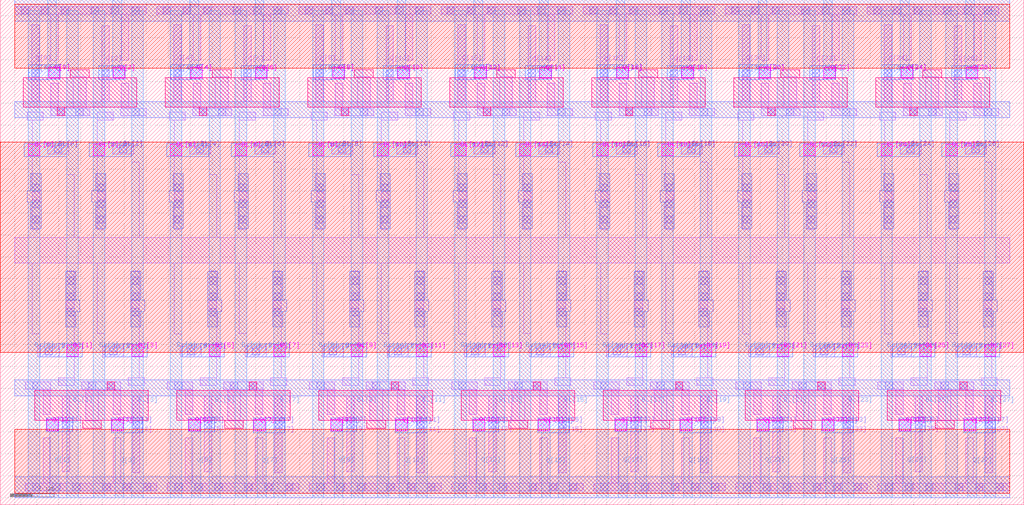
<source format=lef>
VERSION 5.7 ;
  NOWIREEXTENSIONATPIN ON ;
  DIVIDERCHAR "/" ;
  BUSBITCHARS "[]" ;
MACRO rram_28
  CLASS BLOCK ;
  FOREIGN rram_28 ;
  ORIGIN 0.330 0.165 ;
  SIZE 23.340 BY 11.525 ;
  PIN Q[2]
    ANTENNADIFFAREA 0.365400 ;
    PORT
      LAYER li1 ;
        RECT 1.985 9.040 2.155 10.770 ;
      LAYER mcon ;
        RECT 1.985 9.605 2.155 9.775 ;
      LAYER met1 ;
        RECT 1.920 9.540 2.520 9.860 ;
      LAYER via ;
        RECT 2.250 9.570 2.510 9.830 ;
      LAYER met2 ;
        RECT 2.240 9.860 2.440 11.360 ;
        RECT 2.240 9.540 2.520 9.860 ;
    END
  END Q[2]
  PIN Q[6]
    ANTENNADIFFAREA 0.365400 ;
    PORT
      LAYER li1 ;
        RECT 5.225 9.040 5.395 10.770 ;
      LAYER mcon ;
        RECT 5.225 9.605 5.395 9.775 ;
      LAYER met1 ;
        RECT 5.160 9.540 5.760 9.860 ;
      LAYER via ;
        RECT 5.490 9.570 5.750 9.830 ;
      LAYER met2 ;
        RECT 5.480 9.860 5.680 11.360 ;
        RECT 5.480 9.540 5.760 9.860 ;
    END
  END Q[6]
  PIN Q[10]
    ANTENNADIFFAREA 0.365400 ;
    PORT
      LAYER li1 ;
        RECT 8.465 9.040 8.635 10.770 ;
      LAYER mcon ;
        RECT 8.465 9.605 8.635 9.775 ;
      LAYER met1 ;
        RECT 8.400 9.540 9.000 9.860 ;
      LAYER via ;
        RECT 8.730 9.570 8.990 9.830 ;
      LAYER met2 ;
        RECT 8.720 9.860 8.920 11.360 ;
        RECT 8.720 9.540 9.000 9.860 ;
    END
  END Q[10]
  PIN Q[18]
    ANTENNADIFFAREA 0.365400 ;
    PORT
      LAYER li1 ;
        RECT 14.945 9.040 15.115 10.770 ;
      LAYER mcon ;
        RECT 14.945 9.605 15.115 9.775 ;
      LAYER met1 ;
        RECT 14.880 9.540 15.480 9.860 ;
      LAYER via ;
        RECT 15.210 9.570 15.470 9.830 ;
      LAYER met2 ;
        RECT 15.200 9.860 15.400 11.360 ;
        RECT 15.200 9.540 15.480 9.860 ;
    END
  END Q[18]
  PIN Q[22]
    ANTENNADIFFAREA 0.365400 ;
    PORT
      LAYER li1 ;
        RECT 18.185 9.040 18.355 10.770 ;
      LAYER mcon ;
        RECT 18.185 9.605 18.355 9.775 ;
      LAYER met1 ;
        RECT 18.120 9.540 18.720 9.860 ;
      LAYER via ;
        RECT 18.450 9.570 18.710 9.830 ;
      LAYER met2 ;
        RECT 18.440 9.860 18.640 11.360 ;
        RECT 18.440 9.540 18.720 9.860 ;
    END
  END Q[22]
  PIN BL[0]
    ANTENNAGATEAREA 0.750000 ;
    PORT
      LAYER li1 ;
        RECT 0.750 7.840 1.230 8.090 ;
      LAYER mcon ;
        RECT 0.900 7.875 1.070 8.045 ;
      LAYER met1 ;
        RECT 0.220 7.790 1.180 8.090 ;
      LAYER via ;
        RECT 0.310 7.810 0.570 8.070 ;
      LAYER met2 ;
        RECT 0.310 7.010 0.570 11.120 ;
        RECT 0.310 0.000 0.570 6.750 ;
    END
  END BL[0]
  PIN BL[4]
    ANTENNAGATEAREA 0.750000 ;
    PORT
      LAYER li1 ;
        RECT 3.990 7.840 4.470 8.090 ;
      LAYER mcon ;
        RECT 4.140 7.875 4.310 8.045 ;
      LAYER met1 ;
        RECT 3.460 7.790 4.420 8.090 ;
      LAYER via ;
        RECT 3.550 7.810 3.810 8.070 ;
      LAYER met2 ;
        RECT 3.550 7.010 3.810 11.120 ;
        RECT 3.550 0.000 3.810 6.750 ;
    END
  END BL[4]
  PIN BL[8]
    ANTENNAGATEAREA 0.750000 ;
    PORT
      LAYER li1 ;
        RECT 7.230 7.840 7.710 8.090 ;
      LAYER mcon ;
        RECT 7.380 7.875 7.550 8.045 ;
      LAYER met1 ;
        RECT 6.700 7.790 7.660 8.090 ;
      LAYER via ;
        RECT 6.790 7.810 7.050 8.070 ;
      LAYER met2 ;
        RECT 6.790 7.010 7.050 11.120 ;
        RECT 6.790 0.000 7.050 6.750 ;
    END
  END BL[8]
  PIN BL[12]
    ANTENNAGATEAREA 0.750000 ;
    PORT
      LAYER li1 ;
        RECT 10.470 7.840 10.950 8.090 ;
      LAYER mcon ;
        RECT 10.620 7.875 10.790 8.045 ;
      LAYER met1 ;
        RECT 9.940 7.790 10.900 8.090 ;
      LAYER via ;
        RECT 10.030 7.810 10.290 8.070 ;
      LAYER met2 ;
        RECT 10.030 7.010 10.290 11.120 ;
        RECT 10.030 0.000 10.290 6.750 ;
    END
  END BL[12]
  PIN BL[16]
    ANTENNAGATEAREA 0.750000 ;
    PORT
      LAYER li1 ;
        RECT 13.710 7.840 14.190 8.090 ;
      LAYER mcon ;
        RECT 13.860 7.875 14.030 8.045 ;
      LAYER met1 ;
        RECT 13.180 7.790 14.140 8.090 ;
      LAYER via ;
        RECT 13.270 7.810 13.530 8.070 ;
      LAYER met2 ;
        RECT 13.270 7.010 13.530 11.120 ;
        RECT 13.270 0.000 13.530 6.750 ;
    END
  END BL[16]
  PIN BL[20]
    ANTENNAGATEAREA 0.750000 ;
    PORT
      LAYER li1 ;
        RECT 16.950 7.840 17.430 8.090 ;
      LAYER mcon ;
        RECT 17.100 7.875 17.270 8.045 ;
      LAYER met1 ;
        RECT 16.420 7.790 17.380 8.090 ;
      LAYER via ;
        RECT 16.510 7.810 16.770 8.070 ;
      LAYER met2 ;
        RECT 16.510 7.010 16.770 11.120 ;
        RECT 16.510 0.000 16.770 6.750 ;
    END
  END BL[20]
  PIN BL[24]
    ANTENNAGATEAREA 0.750000 ;
    PORT
      LAYER li1 ;
        RECT 20.190 7.840 20.670 8.090 ;
      LAYER mcon ;
        RECT 20.340 7.875 20.510 8.045 ;
      LAYER met1 ;
        RECT 19.660 7.790 20.620 8.090 ;
      LAYER via ;
        RECT 19.750 7.810 20.010 8.070 ;
      LAYER met2 ;
        RECT 19.750 7.010 20.010 11.120 ;
        RECT 19.750 0.000 20.010 6.750 ;
    END
  END BL[24]
  PIN BL[1]
    ANTENNAGATEAREA 0.750000 ;
    PORT
      LAYER li1 ;
        RECT 0.530 3.210 1.010 3.460 ;
      LAYER mcon ;
        RECT 0.690 3.255 0.860 3.425 ;
      LAYER met1 ;
        RECT 0.580 3.210 1.540 3.510 ;
      LAYER via ;
        RECT 1.190 3.230 1.450 3.490 ;
      LAYER met2 ;
        RECT 1.190 4.510 1.450 11.120 ;
        RECT 1.190 0.000 1.450 4.250 ;
    END
  END BL[1]
  PIN BL[5]
    ANTENNAGATEAREA 0.750000 ;
    PORT
      LAYER li1 ;
        RECT 3.770 3.210 4.250 3.460 ;
      LAYER mcon ;
        RECT 3.930 3.255 4.100 3.425 ;
      LAYER met1 ;
        RECT 3.820 3.210 4.780 3.510 ;
      LAYER via ;
        RECT 4.430 3.230 4.690 3.490 ;
      LAYER met2 ;
        RECT 4.430 4.510 4.690 11.120 ;
        RECT 4.430 0.000 4.690 4.250 ;
    END
  END BL[5]
  PIN BL[9]
    ANTENNAGATEAREA 0.750000 ;
    PORT
      LAYER li1 ;
        RECT 7.010 3.210 7.490 3.460 ;
      LAYER mcon ;
        RECT 7.170 3.255 7.340 3.425 ;
      LAYER met1 ;
        RECT 7.060 3.210 8.020 3.510 ;
      LAYER via ;
        RECT 7.670 3.230 7.930 3.490 ;
      LAYER met2 ;
        RECT 7.670 4.510 7.930 11.120 ;
        RECT 7.670 0.000 7.930 4.250 ;
    END
  END BL[9]
  PIN BL[13]
    ANTENNAGATEAREA 0.750000 ;
    PORT
      LAYER li1 ;
        RECT 10.250 3.210 10.730 3.460 ;
      LAYER mcon ;
        RECT 10.410 3.255 10.580 3.425 ;
      LAYER met1 ;
        RECT 10.300 3.210 11.260 3.510 ;
      LAYER via ;
        RECT 10.910 3.230 11.170 3.490 ;
      LAYER met2 ;
        RECT 10.910 4.510 11.170 11.120 ;
        RECT 10.910 0.000 11.170 4.250 ;
    END
  END BL[13]
  PIN BL[17]
    ANTENNAGATEAREA 0.750000 ;
    PORT
      LAYER li1 ;
        RECT 13.490 3.210 13.970 3.460 ;
      LAYER mcon ;
        RECT 13.650 3.255 13.820 3.425 ;
      LAYER met1 ;
        RECT 13.540 3.210 14.500 3.510 ;
      LAYER via ;
        RECT 14.150 3.230 14.410 3.490 ;
      LAYER met2 ;
        RECT 14.150 4.510 14.410 11.120 ;
        RECT 14.150 0.000 14.410 4.250 ;
    END
  END BL[17]
  PIN BL[21]
    ANTENNAGATEAREA 0.750000 ;
    PORT
      LAYER li1 ;
        RECT 16.730 3.210 17.210 3.460 ;
      LAYER mcon ;
        RECT 16.890 3.255 17.060 3.425 ;
      LAYER met1 ;
        RECT 16.780 3.210 17.740 3.510 ;
      LAYER via ;
        RECT 17.390 3.230 17.650 3.490 ;
      LAYER met2 ;
        RECT 17.390 4.510 17.650 11.120 ;
        RECT 17.390 0.000 17.650 4.250 ;
    END
  END BL[21]
  PIN BL[25]
    ANTENNAGATEAREA 0.750000 ;
    PORT
      LAYER li1 ;
        RECT 19.970 3.210 20.450 3.460 ;
      LAYER mcon ;
        RECT 20.130 3.255 20.300 3.425 ;
      LAYER met1 ;
        RECT 20.020 3.210 20.980 3.510 ;
      LAYER via ;
        RECT 20.630 3.230 20.890 3.490 ;
      LAYER met2 ;
        RECT 20.630 4.510 20.890 11.120 ;
        RECT 20.630 0.000 20.890 4.250 ;
    END
  END BL[25]
  PIN BL[2]
    ANTENNAGATEAREA 0.750000 ;
    PORT
      LAYER li1 ;
        RECT 2.230 7.840 2.710 8.090 ;
      LAYER mcon ;
        RECT 2.380 7.875 2.550 8.045 ;
      LAYER met1 ;
        RECT 1.700 7.790 2.660 8.090 ;
      LAYER via ;
        RECT 1.790 7.810 2.050 8.070 ;
      LAYER met2 ;
        RECT 1.790 7.010 2.050 11.120 ;
        RECT 1.790 0.000 2.050 6.750 ;
    END
  END BL[2]
  PIN BL[6]
    ANTENNAGATEAREA 0.750000 ;
    PORT
      LAYER li1 ;
        RECT 5.470 7.840 5.950 8.090 ;
      LAYER mcon ;
        RECT 5.620 7.875 5.790 8.045 ;
      LAYER met1 ;
        RECT 4.940 7.790 5.900 8.090 ;
      LAYER via ;
        RECT 5.030 7.810 5.290 8.070 ;
      LAYER met2 ;
        RECT 5.030 7.010 5.290 11.120 ;
        RECT 5.030 0.000 5.290 6.750 ;
    END
  END BL[6]
  PIN BL[10]
    ANTENNAGATEAREA 0.750000 ;
    PORT
      LAYER li1 ;
        RECT 8.710 7.840 9.190 8.090 ;
      LAYER mcon ;
        RECT 8.860 7.875 9.030 8.045 ;
      LAYER met1 ;
        RECT 8.180 7.790 9.140 8.090 ;
      LAYER via ;
        RECT 8.270 7.810 8.530 8.070 ;
      LAYER met2 ;
        RECT 8.270 7.010 8.530 11.120 ;
        RECT 8.270 0.000 8.530 6.750 ;
    END
  END BL[10]
  PIN BL[14]
    ANTENNAGATEAREA 0.750000 ;
    PORT
      LAYER li1 ;
        RECT 11.950 7.840 12.430 8.090 ;
      LAYER mcon ;
        RECT 12.100 7.875 12.270 8.045 ;
      LAYER met1 ;
        RECT 11.420 7.790 12.380 8.090 ;
      LAYER via ;
        RECT 11.510 7.810 11.770 8.070 ;
      LAYER met2 ;
        RECT 11.510 7.010 11.770 11.120 ;
        RECT 11.510 0.000 11.770 6.750 ;
    END
  END BL[14]
  PIN BL[18]
    ANTENNAGATEAREA 0.750000 ;
    PORT
      LAYER li1 ;
        RECT 15.190 7.840 15.670 8.090 ;
      LAYER mcon ;
        RECT 15.340 7.875 15.510 8.045 ;
      LAYER met1 ;
        RECT 14.660 7.790 15.620 8.090 ;
      LAYER via ;
        RECT 14.750 7.810 15.010 8.070 ;
      LAYER met2 ;
        RECT 14.750 7.010 15.010 11.120 ;
        RECT 14.750 0.000 15.010 6.750 ;
    END
  END BL[18]
  PIN BL[22]
    ANTENNAGATEAREA 0.750000 ;
    PORT
      LAYER li1 ;
        RECT 18.430 7.840 18.910 8.090 ;
      LAYER mcon ;
        RECT 18.580 7.875 18.750 8.045 ;
      LAYER met1 ;
        RECT 17.900 7.790 18.860 8.090 ;
      LAYER via ;
        RECT 17.990 7.810 18.250 8.070 ;
      LAYER met2 ;
        RECT 17.990 7.010 18.250 11.120 ;
        RECT 17.990 0.000 18.250 6.750 ;
    END
  END BL[22]
  PIN BL[26]
    ANTENNAGATEAREA 0.750000 ;
    PORT
      LAYER li1 ;
        RECT 21.670 7.840 22.150 8.090 ;
      LAYER mcon ;
        RECT 21.820 7.875 21.990 8.045 ;
      LAYER met1 ;
        RECT 21.140 7.790 22.100 8.090 ;
      LAYER via ;
        RECT 21.230 7.810 21.490 8.070 ;
      LAYER met2 ;
        RECT 21.230 7.010 21.490 11.120 ;
        RECT 21.230 0.000 21.490 6.750 ;
    END
  END BL[26]
  PIN BL[3]
    ANTENNAGATEAREA 0.750000 ;
    PORT
      LAYER li1 ;
        RECT 2.010 3.210 2.490 3.460 ;
      LAYER mcon ;
        RECT 2.170 3.255 2.340 3.425 ;
      LAYER met1 ;
        RECT 2.060 3.210 3.020 3.510 ;
      LAYER via ;
        RECT 2.670 3.230 2.930 3.490 ;
      LAYER met2 ;
        RECT 2.670 4.510 2.930 11.120 ;
        RECT 2.670 0.000 2.930 4.250 ;
    END
  END BL[3]
  PIN BL[7]
    ANTENNAGATEAREA 0.750000 ;
    PORT
      LAYER li1 ;
        RECT 5.250 3.210 5.730 3.460 ;
      LAYER mcon ;
        RECT 5.410 3.255 5.580 3.425 ;
      LAYER met1 ;
        RECT 5.300 3.210 6.260 3.510 ;
      LAYER via ;
        RECT 5.910 3.230 6.170 3.490 ;
      LAYER met2 ;
        RECT 5.910 4.510 6.170 11.120 ;
        RECT 5.910 0.000 6.170 4.250 ;
    END
  END BL[7]
  PIN BL[11]
    ANTENNAGATEAREA 0.750000 ;
    PORT
      LAYER li1 ;
        RECT 8.490 3.210 8.970 3.460 ;
      LAYER mcon ;
        RECT 8.650 3.255 8.820 3.425 ;
      LAYER met1 ;
        RECT 8.540 3.210 9.500 3.510 ;
      LAYER via ;
        RECT 9.150 3.230 9.410 3.490 ;
      LAYER met2 ;
        RECT 9.150 4.510 9.410 11.120 ;
        RECT 9.150 0.000 9.410 4.250 ;
    END
  END BL[11]
  PIN BL[15]
    ANTENNAGATEAREA 0.750000 ;
    PORT
      LAYER li1 ;
        RECT 11.730 3.210 12.210 3.460 ;
      LAYER mcon ;
        RECT 11.890 3.255 12.060 3.425 ;
      LAYER met1 ;
        RECT 11.780 3.210 12.740 3.510 ;
      LAYER via ;
        RECT 12.390 3.230 12.650 3.490 ;
      LAYER met2 ;
        RECT 12.390 4.510 12.650 11.120 ;
        RECT 12.390 0.000 12.650 4.250 ;
    END
  END BL[15]
  PIN BL[19]
    ANTENNAGATEAREA 0.750000 ;
    PORT
      LAYER li1 ;
        RECT 14.970 3.210 15.450 3.460 ;
      LAYER mcon ;
        RECT 15.130 3.255 15.300 3.425 ;
      LAYER met1 ;
        RECT 15.020 3.210 15.980 3.510 ;
      LAYER via ;
        RECT 15.630 3.230 15.890 3.490 ;
      LAYER met2 ;
        RECT 15.630 4.510 15.890 11.120 ;
        RECT 15.630 0.000 15.890 4.250 ;
    END
  END BL[19]
  PIN BL[23]
    ANTENNAGATEAREA 0.750000 ;
    PORT
      LAYER li1 ;
        RECT 18.210 3.210 18.690 3.460 ;
      LAYER mcon ;
        RECT 18.370 3.255 18.540 3.425 ;
      LAYER met1 ;
        RECT 18.260 3.210 19.220 3.510 ;
      LAYER via ;
        RECT 18.870 3.230 19.130 3.490 ;
      LAYER met2 ;
        RECT 18.870 4.510 19.130 11.120 ;
        RECT 18.870 0.000 19.130 4.250 ;
    END
  END BL[23]
  PIN BL[27]
    ANTENNAGATEAREA 0.750000 ;
    PORT
      LAYER li1 ;
        RECT 21.450 3.210 21.930 3.460 ;
      LAYER mcon ;
        RECT 21.610 3.255 21.780 3.425 ;
      LAYER met1 ;
        RECT 21.500 3.210 22.460 3.510 ;
      LAYER via ;
        RECT 22.110 3.230 22.370 3.490 ;
      LAYER met2 ;
        RECT 22.110 4.510 22.370 11.120 ;
        RECT 22.110 0.000 22.370 4.250 ;
    END
  END BL[27]
  PIN Q[0]
    ANTENNADIFFAREA 0.365400 ;
    PORT
      LAYER li1 ;
        RECT 0.385 9.040 0.555 10.790 ;
      LAYER mcon ;
        RECT 0.385 9.605 0.555 9.775 ;
      LAYER met1 ;
        RECT 0.320 9.540 1.040 9.880 ;
      LAYER via ;
        RECT 0.770 9.570 1.030 9.830 ;
      LAYER met2 ;
        RECT 0.750 9.880 0.950 11.360 ;
        RECT 0.750 9.540 1.040 9.880 ;
    END
  END Q[0]
  PIN Q[4]
    ANTENNADIFFAREA 0.365400 ;
    PORT
      LAYER li1 ;
        RECT 3.625 9.040 3.795 10.790 ;
      LAYER mcon ;
        RECT 3.625 9.605 3.795 9.775 ;
      LAYER met1 ;
        RECT 3.560 9.540 4.280 9.880 ;
      LAYER via ;
        RECT 4.010 9.570 4.270 9.830 ;
      LAYER met2 ;
        RECT 3.990 9.880 4.190 11.360 ;
        RECT 3.990 9.540 4.280 9.880 ;
    END
  END Q[4]
  PIN Q[8]
    ANTENNADIFFAREA 0.365400 ;
    PORT
      LAYER li1 ;
        RECT 6.865 9.040 7.035 10.790 ;
      LAYER mcon ;
        RECT 6.865 9.605 7.035 9.775 ;
      LAYER met1 ;
        RECT 6.800 9.540 7.520 9.880 ;
      LAYER via ;
        RECT 7.250 9.570 7.510 9.830 ;
      LAYER met2 ;
        RECT 7.230 9.880 7.430 11.360 ;
        RECT 7.230 9.540 7.520 9.880 ;
    END
  END Q[8]
  PIN Q[12]
    ANTENNADIFFAREA 0.365400 ;
    PORT
      LAYER li1 ;
        RECT 10.105 9.040 10.275 10.790 ;
      LAYER mcon ;
        RECT 10.105 9.605 10.275 9.775 ;
      LAYER met1 ;
        RECT 10.040 9.540 10.760 9.880 ;
      LAYER via ;
        RECT 10.490 9.570 10.750 9.830 ;
      LAYER met2 ;
        RECT 10.470 9.880 10.670 11.360 ;
        RECT 10.470 9.540 10.760 9.880 ;
    END
  END Q[12]
  PIN Q[16]
    ANTENNADIFFAREA 0.365400 ;
    PORT
      LAYER li1 ;
        RECT 13.345 9.040 13.515 10.790 ;
      LAYER mcon ;
        RECT 13.345 9.605 13.515 9.775 ;
      LAYER met1 ;
        RECT 13.280 9.540 14.000 9.880 ;
      LAYER via ;
        RECT 13.730 9.570 13.990 9.830 ;
      LAYER met2 ;
        RECT 13.710 9.880 13.910 11.360 ;
        RECT 13.710 9.540 14.000 9.880 ;
    END
  END Q[16]
  PIN Q[20]
    ANTENNADIFFAREA 0.365400 ;
    PORT
      LAYER li1 ;
        RECT 16.585 9.040 16.755 10.790 ;
      LAYER mcon ;
        RECT 16.585 9.605 16.755 9.775 ;
      LAYER met1 ;
        RECT 16.520 9.540 17.240 9.880 ;
      LAYER via ;
        RECT 16.970 9.570 17.230 9.830 ;
      LAYER met2 ;
        RECT 16.950 9.880 17.150 11.360 ;
        RECT 16.950 9.540 17.240 9.880 ;
    END
  END Q[20]
  PIN Q[24]
    ANTENNADIFFAREA 0.365400 ;
    PORT
      LAYER li1 ;
        RECT 19.825 9.040 19.995 10.790 ;
      LAYER mcon ;
        RECT 19.825 9.605 19.995 9.775 ;
      LAYER met1 ;
        RECT 19.760 9.540 20.480 9.880 ;
      LAYER via ;
        RECT 20.210 9.570 20.470 9.830 ;
      LAYER met2 ;
        RECT 20.190 9.880 20.390 11.360 ;
        RECT 20.190 9.540 20.480 9.880 ;
    END
  END Q[24]
  PIN Q[14]
    ANTENNADIFFAREA 0.365400 ;
    PORT
      LAYER li1 ;
        RECT 11.705 9.040 11.875 10.770 ;
      LAYER mcon ;
        RECT 11.705 9.605 11.875 9.775 ;
      LAYER met1 ;
        RECT 11.640 9.540 12.240 9.860 ;
      LAYER via ;
        RECT 11.970 9.570 12.230 9.830 ;
      LAYER met2 ;
        RECT 11.960 9.860 12.160 11.360 ;
        RECT 11.960 9.540 12.240 9.860 ;
    END
  END Q[14]
  PIN Q[26]
    ANTENNADIFFAREA 0.365400 ;
    PORT
      LAYER li1 ;
        RECT 21.425 9.040 21.595 10.770 ;
      LAYER mcon ;
        RECT 21.425 9.605 21.595 9.775 ;
      LAYER met1 ;
        RECT 21.360 9.540 21.960 9.860 ;
      LAYER via ;
        RECT 21.690 9.570 21.950 9.830 ;
      LAYER met2 ;
        RECT 21.680 9.860 21.880 11.360 ;
        RECT 21.680 9.540 21.960 9.860 ;
    END
  END Q[26]
  PIN Q[1]
    ANTENNADIFFAREA 0.365400 ;
    PORT
      LAYER li1 ;
        RECT 1.085 0.590 1.255 2.320 ;
      LAYER mcon ;
        RECT 1.085 1.585 1.255 1.755 ;
      LAYER met1 ;
        RECT 0.720 1.500 1.320 1.820 ;
      LAYER via ;
        RECT 0.730 1.530 0.990 1.790 ;
      LAYER met2 ;
        RECT 0.720 1.500 1.000 1.820 ;
        RECT 0.800 0.000 1.000 1.500 ;
    END
  END Q[1]
  PIN Q[5]
    ANTENNADIFFAREA 0.365400 ;
    PORT
      LAYER li1 ;
        RECT 4.325 0.590 4.495 2.320 ;
      LAYER mcon ;
        RECT 4.325 1.585 4.495 1.755 ;
      LAYER met1 ;
        RECT 3.960 1.500 4.560 1.820 ;
      LAYER via ;
        RECT 3.970 1.530 4.230 1.790 ;
      LAYER met2 ;
        RECT 3.960 1.500 4.240 1.820 ;
        RECT 4.040 0.000 4.240 1.500 ;
    END
  END Q[5]
  PIN Q[13]
    ANTENNADIFFAREA 0.365400 ;
    PORT
      LAYER li1 ;
        RECT 10.805 0.590 10.975 2.320 ;
      LAYER mcon ;
        RECT 10.805 1.585 10.975 1.755 ;
      LAYER met1 ;
        RECT 10.440 1.500 11.040 1.820 ;
      LAYER via ;
        RECT 10.450 1.530 10.710 1.790 ;
      LAYER met2 ;
        RECT 10.440 1.500 10.720 1.820 ;
        RECT 10.520 0.000 10.720 1.500 ;
    END
  END Q[13]
  PIN Q[17]
    ANTENNADIFFAREA 0.365400 ;
    PORT
      LAYER li1 ;
        RECT 14.045 0.590 14.215 2.320 ;
      LAYER mcon ;
        RECT 14.045 1.585 14.215 1.755 ;
      LAYER met1 ;
        RECT 13.680 1.500 14.280 1.820 ;
      LAYER via ;
        RECT 13.690 1.530 13.950 1.790 ;
      LAYER met2 ;
        RECT 13.680 1.500 13.960 1.820 ;
        RECT 13.760 0.000 13.960 1.500 ;
    END
  END Q[17]
  PIN Q[21]
    ANTENNADIFFAREA 0.365400 ;
    PORT
      LAYER li1 ;
        RECT 17.285 0.590 17.455 2.320 ;
      LAYER mcon ;
        RECT 17.285 1.585 17.455 1.755 ;
      LAYER met1 ;
        RECT 16.920 1.500 17.520 1.820 ;
      LAYER via ;
        RECT 16.930 1.530 17.190 1.790 ;
      LAYER met2 ;
        RECT 16.920 1.500 17.200 1.820 ;
        RECT 17.000 0.000 17.200 1.500 ;
    END
  END Q[21]
  PIN Q[25]
    ANTENNADIFFAREA 0.365400 ;
    PORT
      LAYER li1 ;
        RECT 20.525 0.590 20.695 2.320 ;
      LAYER mcon ;
        RECT 20.525 1.585 20.695 1.755 ;
      LAYER met1 ;
        RECT 20.160 1.500 20.760 1.820 ;
      LAYER via ;
        RECT 20.170 1.530 20.430 1.790 ;
      LAYER met2 ;
        RECT 20.160 1.500 20.440 1.820 ;
        RECT 20.240 0.000 20.440 1.500 ;
    END
  END Q[25]
  PIN Q[9]
    ANTENNADIFFAREA 0.365400 ;
    PORT
      LAYER li1 ;
        RECT 7.565 0.590 7.735 2.320 ;
      LAYER mcon ;
        RECT 7.565 1.585 7.735 1.755 ;
      LAYER met1 ;
        RECT 7.200 1.500 7.800 1.820 ;
      LAYER via ;
        RECT 7.210 1.530 7.470 1.790 ;
      LAYER met2 ;
        RECT 7.200 1.500 7.480 1.820 ;
        RECT 7.280 0.000 7.480 1.500 ;
    END
  END Q[9]
  PIN Q[3]
    ANTENNADIFFAREA 0.365400 ;
    PORT
      LAYER li1 ;
        RECT 2.685 0.570 2.855 2.320 ;
      LAYER mcon ;
        RECT 2.685 1.585 2.855 1.755 ;
      LAYER met1 ;
        RECT 2.200 1.480 2.920 1.820 ;
      LAYER via ;
        RECT 2.210 1.530 2.470 1.790 ;
      LAYER met2 ;
        RECT 2.200 1.480 2.490 1.820 ;
        RECT 2.290 0.000 2.490 1.480 ;
    END
  END Q[3]
  PIN Q[7]
    ANTENNADIFFAREA 0.365400 ;
    PORT
      LAYER li1 ;
        RECT 5.925 0.570 6.095 2.320 ;
      LAYER mcon ;
        RECT 5.925 1.585 6.095 1.755 ;
      LAYER met1 ;
        RECT 5.440 1.480 6.160 1.820 ;
      LAYER via ;
        RECT 5.450 1.530 5.710 1.790 ;
      LAYER met2 ;
        RECT 5.440 1.480 5.730 1.820 ;
        RECT 5.530 0.000 5.730 1.480 ;
    END
  END Q[7]
  PIN Q[15]
    ANTENNADIFFAREA 0.365400 ;
    PORT
      LAYER li1 ;
        RECT 12.405 0.570 12.575 2.320 ;
      LAYER mcon ;
        RECT 12.405 1.585 12.575 1.755 ;
      LAYER met1 ;
        RECT 11.920 1.480 12.640 1.820 ;
      LAYER via ;
        RECT 11.930 1.530 12.190 1.790 ;
      LAYER met2 ;
        RECT 11.920 1.480 12.210 1.820 ;
        RECT 12.010 0.000 12.210 1.480 ;
    END
  END Q[15]
  PIN Q[19]
    ANTENNADIFFAREA 0.365400 ;
    PORT
      LAYER li1 ;
        RECT 15.645 0.570 15.815 2.320 ;
      LAYER mcon ;
        RECT 15.645 1.585 15.815 1.755 ;
      LAYER met1 ;
        RECT 15.160 1.480 15.880 1.820 ;
      LAYER via ;
        RECT 15.170 1.530 15.430 1.790 ;
      LAYER met2 ;
        RECT 15.160 1.480 15.450 1.820 ;
        RECT 15.250 0.000 15.450 1.480 ;
    END
  END Q[19]
  PIN Q[23]
    ANTENNADIFFAREA 0.365400 ;
    PORT
      LAYER li1 ;
        RECT 18.885 0.570 19.055 2.320 ;
      LAYER mcon ;
        RECT 18.885 1.585 19.055 1.755 ;
      LAYER met1 ;
        RECT 18.400 1.480 19.120 1.820 ;
      LAYER via ;
        RECT 18.410 1.530 18.670 1.790 ;
      LAYER met2 ;
        RECT 18.400 1.480 18.690 1.820 ;
        RECT 18.490 0.000 18.690 1.480 ;
    END
  END Q[23]
  PIN Q[27]
    ANTENNADIFFAREA 0.365400 ;
    PORT
      LAYER li1 ;
        RECT 22.125 0.570 22.295 2.320 ;
      LAYER mcon ;
        RECT 22.125 1.585 22.295 1.755 ;
      LAYER met1 ;
        RECT 21.640 1.480 22.360 1.820 ;
      LAYER via ;
        RECT 21.650 1.530 21.910 1.790 ;
      LAYER met2 ;
        RECT 21.640 1.480 21.930 1.820 ;
        RECT 21.730 0.000 21.930 1.480 ;
    END
  END Q[27]
  PIN Q[11]
    ANTENNADIFFAREA 0.365400 ;
    PORT
      LAYER li1 ;
        RECT 9.165 0.570 9.335 2.320 ;
      LAYER mcon ;
        RECT 9.165 1.585 9.335 1.755 ;
      LAYER met1 ;
        RECT 8.680 1.480 9.400 1.820 ;
      LAYER via ;
        RECT 8.690 1.530 8.950 1.790 ;
      LAYER met2 ;
        RECT 8.680 1.480 8.970 1.820 ;
        RECT 8.770 0.000 8.970 1.480 ;
    END
  END Q[11]
  OBS
      LAYER nwell ;
        RECT 0.000 9.800 22.680 11.260 ;
      LAYER pwell ;
        RECT 1.265 9.590 1.695 9.775 ;
        RECT 4.505 9.590 4.935 9.775 ;
        RECT 7.745 9.590 8.175 9.775 ;
        RECT 10.985 9.590 11.415 9.775 ;
        RECT 14.225 9.590 14.655 9.775 ;
        RECT 17.465 9.590 17.895 9.775 ;
        RECT 20.705 9.590 21.135 9.775 ;
        RECT 0.195 8.910 2.785 9.590 ;
        RECT 3.435 8.910 6.025 9.590 ;
        RECT 6.675 8.910 9.265 9.590 ;
        RECT 9.915 8.910 12.505 9.590 ;
        RECT 13.155 8.910 15.745 9.590 ;
        RECT 16.395 8.910 18.985 9.590 ;
        RECT 19.635 8.910 22.225 9.590 ;
        RECT 0.965 8.715 1.135 8.910 ;
        RECT 4.205 8.715 4.375 8.910 ;
        RECT 7.445 8.715 7.615 8.910 ;
        RECT 10.685 8.715 10.855 8.910 ;
        RECT 13.925 8.715 14.095 8.910 ;
        RECT 17.165 8.715 17.335 8.910 ;
        RECT 20.405 8.715 20.575 8.910 ;
      LAYER nwell ;
        RECT -0.330 3.320 23.010 8.120 ;
      LAYER pwell ;
        RECT 2.105 2.450 2.275 2.645 ;
        RECT 5.345 2.450 5.515 2.645 ;
        RECT 8.585 2.450 8.755 2.645 ;
        RECT 11.825 2.450 11.995 2.645 ;
        RECT 15.065 2.450 15.235 2.645 ;
        RECT 18.305 2.450 18.475 2.645 ;
        RECT 21.545 2.450 21.715 2.645 ;
        RECT 0.455 1.770 3.045 2.450 ;
        RECT 3.695 1.770 6.285 2.450 ;
        RECT 6.935 1.770 9.525 2.450 ;
        RECT 10.175 1.770 12.765 2.450 ;
        RECT 13.415 1.770 16.005 2.450 ;
        RECT 16.655 1.770 19.245 2.450 ;
        RECT 19.895 1.770 22.485 2.450 ;
        RECT 1.545 1.585 1.975 1.770 ;
        RECT 4.785 1.585 5.215 1.770 ;
        RECT 8.025 1.585 8.455 1.770 ;
        RECT 11.265 1.585 11.695 1.770 ;
        RECT 14.505 1.585 14.935 1.770 ;
        RECT 17.745 1.585 18.175 1.770 ;
        RECT 20.985 1.585 21.415 1.770 ;
      LAYER nwell ;
        RECT 0.000 0.100 22.680 1.560 ;
      LAYER li1 ;
        RECT 0.000 11.035 3.000 11.205 ;
        RECT 3.240 11.035 6.240 11.205 ;
        RECT 6.480 11.035 9.480 11.205 ;
        RECT 9.720 11.035 12.720 11.205 ;
        RECT 12.960 11.035 15.960 11.205 ;
        RECT 16.200 11.035 19.200 11.205 ;
        RECT 19.440 11.035 22.440 11.205 ;
        RECT 0.825 9.990 0.995 11.035 ;
        RECT 2.425 9.990 2.595 11.035 ;
        RECT 4.065 9.990 4.235 11.035 ;
        RECT 5.665 9.990 5.835 11.035 ;
        RECT 7.305 9.990 7.475 11.035 ;
        RECT 8.905 9.990 9.075 11.035 ;
        RECT 10.545 9.990 10.715 11.035 ;
        RECT 12.145 9.990 12.315 11.035 ;
        RECT 13.785 9.990 13.955 11.035 ;
        RECT 15.385 9.990 15.555 11.035 ;
        RECT 17.025 9.990 17.195 11.035 ;
        RECT 18.625 9.990 18.795 11.035 ;
        RECT 20.265 9.990 20.435 11.035 ;
        RECT 21.865 9.990 22.035 11.035 ;
        RECT 0.825 8.885 0.995 9.460 ;
        RECT 1.335 8.885 1.625 9.610 ;
        RECT 2.425 8.885 2.595 9.460 ;
        RECT 4.065 8.885 4.235 9.460 ;
        RECT 4.575 8.885 4.865 9.610 ;
        RECT 5.665 8.885 5.835 9.460 ;
        RECT 7.305 8.885 7.475 9.460 ;
        RECT 7.815 8.885 8.105 9.610 ;
        RECT 8.905 8.885 9.075 9.460 ;
        RECT 10.545 8.885 10.715 9.460 ;
        RECT 11.055 8.885 11.345 9.610 ;
        RECT 12.145 8.885 12.315 9.460 ;
        RECT 13.785 8.885 13.955 9.460 ;
        RECT 14.295 8.885 14.585 9.610 ;
        RECT 15.385 8.885 15.555 9.460 ;
        RECT 17.025 8.885 17.195 9.460 ;
        RECT 17.535 8.885 17.825 9.610 ;
        RECT 18.625 8.885 18.795 9.460 ;
        RECT 20.265 8.885 20.435 9.460 ;
        RECT 20.775 8.885 21.065 9.610 ;
        RECT 21.865 8.885 22.035 9.460 ;
        RECT 0.280 8.620 0.650 8.800 ;
        RECT 0.820 8.715 1.710 8.885 ;
        RECT 1.880 8.620 2.250 8.800 ;
        RECT 2.420 8.715 3.000 8.885 ;
        RECT 3.520 8.620 3.890 8.800 ;
        RECT 4.060 8.715 4.950 8.885 ;
        RECT 5.120 8.620 5.490 8.800 ;
        RECT 5.660 8.715 6.240 8.885 ;
        RECT 6.760 8.620 7.130 8.800 ;
        RECT 7.300 8.715 8.190 8.885 ;
        RECT 8.360 8.620 8.730 8.800 ;
        RECT 8.900 8.715 9.480 8.885 ;
        RECT 10.000 8.620 10.370 8.800 ;
        RECT 10.540 8.715 11.430 8.885 ;
        RECT 11.600 8.620 11.970 8.800 ;
        RECT 12.140 8.715 12.720 8.885 ;
        RECT 13.240 8.620 13.610 8.800 ;
        RECT 13.780 8.715 14.670 8.885 ;
        RECT 14.840 8.620 15.210 8.800 ;
        RECT 15.380 8.715 15.960 8.885 ;
        RECT 16.480 8.620 16.850 8.800 ;
        RECT 17.020 8.715 17.910 8.885 ;
        RECT 18.080 8.620 18.450 8.800 ;
        RECT 18.620 8.715 19.200 8.885 ;
        RECT 19.720 8.620 20.090 8.800 ;
        RECT 20.260 8.715 21.150 8.885 ;
        RECT 21.320 8.620 21.690 8.800 ;
        RECT 21.860 8.715 22.440 8.885 ;
        RECT 0.400 6.120 0.570 8.620 ;
        RECT 1.190 5.940 1.360 7.370 ;
        RECT 1.880 6.120 2.050 8.620 ;
        RECT 2.670 5.940 2.840 7.660 ;
        RECT 3.640 6.120 3.810 8.620 ;
        RECT 4.430 5.940 4.600 7.370 ;
        RECT 5.120 6.120 5.290 8.620 ;
        RECT 5.910 5.940 6.080 7.660 ;
        RECT 6.880 6.120 7.050 8.620 ;
        RECT 7.670 5.940 7.840 7.370 ;
        RECT 8.360 6.120 8.530 8.620 ;
        RECT 9.150 5.940 9.320 7.660 ;
        RECT 10.120 6.120 10.290 8.620 ;
        RECT 10.910 5.940 11.080 7.370 ;
        RECT 11.600 6.120 11.770 8.620 ;
        RECT 12.390 5.940 12.560 7.660 ;
        RECT 13.360 6.120 13.530 8.620 ;
        RECT 14.150 5.940 14.320 7.370 ;
        RECT 14.840 6.120 15.010 8.620 ;
        RECT 15.630 5.940 15.800 7.660 ;
        RECT 16.600 6.120 16.770 8.620 ;
        RECT 17.390 5.940 17.560 7.370 ;
        RECT 18.080 6.120 18.250 8.620 ;
        RECT 18.870 5.940 19.040 7.660 ;
        RECT 19.840 6.120 20.010 8.620 ;
        RECT 20.630 5.940 20.800 7.370 ;
        RECT 21.320 6.120 21.490 8.620 ;
        RECT 22.110 5.940 22.280 7.660 ;
        RECT 0.000 5.360 22.680 5.940 ;
        RECT 0.400 3.740 0.570 5.360 ;
        RECT 1.190 2.740 1.360 5.180 ;
        RECT 1.880 3.750 2.050 5.360 ;
        RECT 2.670 2.740 2.840 5.180 ;
        RECT 3.640 3.740 3.810 5.360 ;
        RECT 4.430 2.740 4.600 5.180 ;
        RECT 5.120 3.750 5.290 5.360 ;
        RECT 5.910 2.740 6.080 5.180 ;
        RECT 6.880 3.740 7.050 5.360 ;
        RECT 7.670 2.740 7.840 5.180 ;
        RECT 8.360 3.750 8.530 5.360 ;
        RECT 9.150 2.740 9.320 5.180 ;
        RECT 10.120 3.740 10.290 5.360 ;
        RECT 10.910 2.740 11.080 5.180 ;
        RECT 11.600 3.750 11.770 5.360 ;
        RECT 12.390 2.740 12.560 5.180 ;
        RECT 13.360 3.740 13.530 5.360 ;
        RECT 14.150 2.740 14.320 5.180 ;
        RECT 14.840 3.750 15.010 5.360 ;
        RECT 15.630 2.740 15.800 5.180 ;
        RECT 16.600 3.740 16.770 5.360 ;
        RECT 17.390 2.740 17.560 5.180 ;
        RECT 18.080 3.750 18.250 5.360 ;
        RECT 18.870 2.740 19.040 5.180 ;
        RECT 19.840 3.740 20.010 5.360 ;
        RECT 20.630 2.740 20.800 5.180 ;
        RECT 21.320 3.750 21.490 5.360 ;
        RECT 22.110 2.740 22.280 5.180 ;
        RECT 0.240 2.475 0.820 2.645 ;
        RECT 0.990 2.560 1.360 2.740 ;
        RECT 1.530 2.475 2.420 2.645 ;
        RECT 2.590 2.560 2.960 2.740 ;
        RECT 3.480 2.475 4.060 2.645 ;
        RECT 4.230 2.560 4.600 2.740 ;
        RECT 4.770 2.475 5.660 2.645 ;
        RECT 5.830 2.560 6.200 2.740 ;
        RECT 6.720 2.475 7.300 2.645 ;
        RECT 7.470 2.560 7.840 2.740 ;
        RECT 8.010 2.475 8.900 2.645 ;
        RECT 9.070 2.560 9.440 2.740 ;
        RECT 9.960 2.475 10.540 2.645 ;
        RECT 10.710 2.560 11.080 2.740 ;
        RECT 11.250 2.475 12.140 2.645 ;
        RECT 12.310 2.560 12.680 2.740 ;
        RECT 13.200 2.475 13.780 2.645 ;
        RECT 13.950 2.560 14.320 2.740 ;
        RECT 14.490 2.475 15.380 2.645 ;
        RECT 15.550 2.560 15.920 2.740 ;
        RECT 16.440 2.475 17.020 2.645 ;
        RECT 17.190 2.560 17.560 2.740 ;
        RECT 17.730 2.475 18.620 2.645 ;
        RECT 18.790 2.560 19.160 2.740 ;
        RECT 19.680 2.475 20.260 2.645 ;
        RECT 20.430 2.560 20.800 2.740 ;
        RECT 20.970 2.475 21.860 2.645 ;
        RECT 22.030 2.560 22.400 2.740 ;
        RECT 0.645 1.900 0.815 2.475 ;
        RECT 1.615 1.750 1.905 2.475 ;
        RECT 2.245 1.900 2.415 2.475 ;
        RECT 3.885 1.900 4.055 2.475 ;
        RECT 4.855 1.750 5.145 2.475 ;
        RECT 5.485 1.900 5.655 2.475 ;
        RECT 7.125 1.900 7.295 2.475 ;
        RECT 8.095 1.750 8.385 2.475 ;
        RECT 8.725 1.900 8.895 2.475 ;
        RECT 10.365 1.900 10.535 2.475 ;
        RECT 11.335 1.750 11.625 2.475 ;
        RECT 11.965 1.900 12.135 2.475 ;
        RECT 13.605 1.900 13.775 2.475 ;
        RECT 14.575 1.750 14.865 2.475 ;
        RECT 15.205 1.900 15.375 2.475 ;
        RECT 16.845 1.900 17.015 2.475 ;
        RECT 17.815 1.750 18.105 2.475 ;
        RECT 18.445 1.900 18.615 2.475 ;
        RECT 20.085 1.900 20.255 2.475 ;
        RECT 21.055 1.750 21.345 2.475 ;
        RECT 21.685 1.900 21.855 2.475 ;
        RECT 0.645 0.325 0.815 1.370 ;
        RECT 2.245 0.325 2.415 1.370 ;
        RECT 3.885 0.325 4.055 1.370 ;
        RECT 5.485 0.325 5.655 1.370 ;
        RECT 7.125 0.325 7.295 1.370 ;
        RECT 8.725 0.325 8.895 1.370 ;
        RECT 10.365 0.325 10.535 1.370 ;
        RECT 11.965 0.325 12.135 1.370 ;
        RECT 13.605 0.325 13.775 1.370 ;
        RECT 15.205 0.325 15.375 1.370 ;
        RECT 16.845 0.325 17.015 1.370 ;
        RECT 18.445 0.325 18.615 1.370 ;
        RECT 20.085 0.325 20.255 1.370 ;
        RECT 21.685 0.325 21.855 1.370 ;
        RECT 0.240 0.155 3.240 0.325 ;
        RECT 3.480 0.155 6.480 0.325 ;
        RECT 6.720 0.155 9.720 0.325 ;
        RECT 9.960 0.155 12.960 0.325 ;
        RECT 13.200 0.155 16.200 0.325 ;
        RECT 16.440 0.155 19.440 0.325 ;
        RECT 19.680 0.155 22.680 0.325 ;
      LAYER mcon ;
        RECT 0.145 11.035 0.315 11.205 ;
        RECT 0.605 11.035 0.775 11.205 ;
        RECT 1.065 11.035 1.235 11.205 ;
        RECT 1.745 11.035 1.915 11.205 ;
        RECT 2.205 11.035 2.375 11.205 ;
        RECT 2.665 11.035 2.835 11.205 ;
        RECT 3.385 11.035 3.555 11.205 ;
        RECT 3.845 11.035 4.015 11.205 ;
        RECT 4.305 11.035 4.475 11.205 ;
        RECT 4.985 11.035 5.155 11.205 ;
        RECT 5.445 11.035 5.615 11.205 ;
        RECT 5.905 11.035 6.075 11.205 ;
        RECT 6.625 11.035 6.795 11.205 ;
        RECT 7.085 11.035 7.255 11.205 ;
        RECT 7.545 11.035 7.715 11.205 ;
        RECT 8.225 11.035 8.395 11.205 ;
        RECT 8.685 11.035 8.855 11.205 ;
        RECT 9.145 11.035 9.315 11.205 ;
        RECT 9.865 11.035 10.035 11.205 ;
        RECT 10.325 11.035 10.495 11.205 ;
        RECT 10.785 11.035 10.955 11.205 ;
        RECT 11.465 11.035 11.635 11.205 ;
        RECT 11.925 11.035 12.095 11.205 ;
        RECT 12.385 11.035 12.555 11.205 ;
        RECT 13.105 11.035 13.275 11.205 ;
        RECT 13.565 11.035 13.735 11.205 ;
        RECT 14.025 11.035 14.195 11.205 ;
        RECT 14.705 11.035 14.875 11.205 ;
        RECT 15.165 11.035 15.335 11.205 ;
        RECT 15.625 11.035 15.795 11.205 ;
        RECT 16.345 11.035 16.515 11.205 ;
        RECT 16.805 11.035 16.975 11.205 ;
        RECT 17.265 11.035 17.435 11.205 ;
        RECT 17.945 11.035 18.115 11.205 ;
        RECT 18.405 11.035 18.575 11.205 ;
        RECT 18.865 11.035 19.035 11.205 ;
        RECT 19.585 11.035 19.755 11.205 ;
        RECT 20.045 11.035 20.215 11.205 ;
        RECT 20.505 11.035 20.675 11.205 ;
        RECT 21.185 11.035 21.355 11.205 ;
        RECT 21.645 11.035 21.815 11.205 ;
        RECT 22.105 11.035 22.275 11.205 ;
        RECT 0.965 8.715 1.135 8.885 ;
        RECT 1.395 8.715 1.565 8.885 ;
        RECT 2.665 8.715 2.835 8.885 ;
        RECT 4.205 8.715 4.375 8.885 ;
        RECT 4.635 8.715 4.805 8.885 ;
        RECT 5.905 8.715 6.075 8.885 ;
        RECT 7.445 8.715 7.615 8.885 ;
        RECT 7.875 8.715 8.045 8.885 ;
        RECT 9.145 8.715 9.315 8.885 ;
        RECT 10.685 8.715 10.855 8.885 ;
        RECT 11.115 8.715 11.285 8.885 ;
        RECT 12.385 8.715 12.555 8.885 ;
        RECT 13.925 8.715 14.095 8.885 ;
        RECT 14.355 8.715 14.525 8.885 ;
        RECT 15.625 8.715 15.795 8.885 ;
        RECT 17.165 8.715 17.335 8.885 ;
        RECT 17.595 8.715 17.765 8.885 ;
        RECT 18.865 8.715 19.035 8.885 ;
        RECT 20.405 8.715 20.575 8.885 ;
        RECT 20.835 8.715 21.005 8.885 ;
        RECT 22.105 8.715 22.275 8.885 ;
        RECT 0.400 6.985 0.570 7.155 ;
        RECT 0.400 6.625 0.570 6.795 ;
        RECT 0.400 6.265 0.570 6.435 ;
        RECT 1.880 6.985 2.050 7.155 ;
        RECT 1.880 6.625 2.050 6.795 ;
        RECT 1.880 6.265 2.050 6.435 ;
        RECT 3.640 6.985 3.810 7.155 ;
        RECT 3.640 6.625 3.810 6.795 ;
        RECT 3.640 6.265 3.810 6.435 ;
        RECT 5.120 6.985 5.290 7.155 ;
        RECT 5.120 6.625 5.290 6.795 ;
        RECT 5.120 6.265 5.290 6.435 ;
        RECT 6.880 6.985 7.050 7.155 ;
        RECT 6.880 6.625 7.050 6.795 ;
        RECT 6.880 6.265 7.050 6.435 ;
        RECT 8.360 6.985 8.530 7.155 ;
        RECT 8.360 6.625 8.530 6.795 ;
        RECT 8.360 6.265 8.530 6.435 ;
        RECT 10.120 6.985 10.290 7.155 ;
        RECT 10.120 6.625 10.290 6.795 ;
        RECT 10.120 6.265 10.290 6.435 ;
        RECT 11.600 6.985 11.770 7.155 ;
        RECT 11.600 6.625 11.770 6.795 ;
        RECT 11.600 6.265 11.770 6.435 ;
        RECT 13.360 6.985 13.530 7.155 ;
        RECT 13.360 6.625 13.530 6.795 ;
        RECT 13.360 6.265 13.530 6.435 ;
        RECT 14.840 6.985 15.010 7.155 ;
        RECT 14.840 6.625 15.010 6.795 ;
        RECT 14.840 6.265 15.010 6.435 ;
        RECT 16.600 6.985 16.770 7.155 ;
        RECT 16.600 6.625 16.770 6.795 ;
        RECT 16.600 6.265 16.770 6.435 ;
        RECT 18.080 6.985 18.250 7.155 ;
        RECT 18.080 6.625 18.250 6.795 ;
        RECT 18.080 6.265 18.250 6.435 ;
        RECT 19.840 6.985 20.010 7.155 ;
        RECT 19.840 6.625 20.010 6.795 ;
        RECT 19.840 6.265 20.010 6.435 ;
        RECT 21.320 6.985 21.490 7.155 ;
        RECT 21.320 6.625 21.490 6.795 ;
        RECT 21.320 6.265 21.490 6.435 ;
        RECT 1.190 4.865 1.360 5.035 ;
        RECT 1.190 4.505 1.360 4.675 ;
        RECT 1.190 4.145 1.360 4.315 ;
        RECT 2.670 4.865 2.840 5.035 ;
        RECT 2.670 4.505 2.840 4.675 ;
        RECT 2.670 4.145 2.840 4.315 ;
        RECT 4.430 4.865 4.600 5.035 ;
        RECT 4.430 4.505 4.600 4.675 ;
        RECT 4.430 4.145 4.600 4.315 ;
        RECT 5.910 4.865 6.080 5.035 ;
        RECT 5.910 4.505 6.080 4.675 ;
        RECT 5.910 4.145 6.080 4.315 ;
        RECT 7.670 4.865 7.840 5.035 ;
        RECT 7.670 4.505 7.840 4.675 ;
        RECT 7.670 4.145 7.840 4.315 ;
        RECT 9.150 4.865 9.320 5.035 ;
        RECT 9.150 4.505 9.320 4.675 ;
        RECT 9.150 4.145 9.320 4.315 ;
        RECT 10.910 4.865 11.080 5.035 ;
        RECT 10.910 4.505 11.080 4.675 ;
        RECT 10.910 4.145 11.080 4.315 ;
        RECT 12.390 4.865 12.560 5.035 ;
        RECT 12.390 4.505 12.560 4.675 ;
        RECT 12.390 4.145 12.560 4.315 ;
        RECT 14.150 4.865 14.320 5.035 ;
        RECT 14.150 4.505 14.320 4.675 ;
        RECT 14.150 4.145 14.320 4.315 ;
        RECT 15.630 4.865 15.800 5.035 ;
        RECT 15.630 4.505 15.800 4.675 ;
        RECT 15.630 4.145 15.800 4.315 ;
        RECT 17.390 4.865 17.560 5.035 ;
        RECT 17.390 4.505 17.560 4.675 ;
        RECT 17.390 4.145 17.560 4.315 ;
        RECT 18.870 4.865 19.040 5.035 ;
        RECT 18.870 4.505 19.040 4.675 ;
        RECT 18.870 4.145 19.040 4.315 ;
        RECT 20.630 4.865 20.800 5.035 ;
        RECT 20.630 4.505 20.800 4.675 ;
        RECT 20.630 4.145 20.800 4.315 ;
        RECT 22.110 4.865 22.280 5.035 ;
        RECT 22.110 4.505 22.280 4.675 ;
        RECT 22.110 4.145 22.280 4.315 ;
        RECT 0.405 2.475 0.575 2.645 ;
        RECT 1.675 2.475 1.845 2.645 ;
        RECT 2.105 2.475 2.275 2.645 ;
        RECT 3.645 2.475 3.815 2.645 ;
        RECT 4.915 2.475 5.085 2.645 ;
        RECT 5.345 2.475 5.515 2.645 ;
        RECT 6.885 2.475 7.055 2.645 ;
        RECT 8.155 2.475 8.325 2.645 ;
        RECT 8.585 2.475 8.755 2.645 ;
        RECT 10.125 2.475 10.295 2.645 ;
        RECT 11.395 2.475 11.565 2.645 ;
        RECT 11.825 2.475 11.995 2.645 ;
        RECT 13.365 2.475 13.535 2.645 ;
        RECT 14.635 2.475 14.805 2.645 ;
        RECT 15.065 2.475 15.235 2.645 ;
        RECT 16.605 2.475 16.775 2.645 ;
        RECT 17.875 2.475 18.045 2.645 ;
        RECT 18.305 2.475 18.475 2.645 ;
        RECT 19.845 2.475 20.015 2.645 ;
        RECT 21.115 2.475 21.285 2.645 ;
        RECT 21.545 2.475 21.715 2.645 ;
        RECT 0.405 0.155 0.575 0.325 ;
        RECT 0.865 0.155 1.035 0.325 ;
        RECT 1.325 0.155 1.495 0.325 ;
        RECT 2.005 0.155 2.175 0.325 ;
        RECT 2.465 0.155 2.635 0.325 ;
        RECT 2.925 0.155 3.095 0.325 ;
        RECT 3.645 0.155 3.815 0.325 ;
        RECT 4.105 0.155 4.275 0.325 ;
        RECT 4.565 0.155 4.735 0.325 ;
        RECT 5.245 0.155 5.415 0.325 ;
        RECT 5.705 0.155 5.875 0.325 ;
        RECT 6.165 0.155 6.335 0.325 ;
        RECT 6.885 0.155 7.055 0.325 ;
        RECT 7.345 0.155 7.515 0.325 ;
        RECT 7.805 0.155 7.975 0.325 ;
        RECT 8.485 0.155 8.655 0.325 ;
        RECT 8.945 0.155 9.115 0.325 ;
        RECT 9.405 0.155 9.575 0.325 ;
        RECT 10.125 0.155 10.295 0.325 ;
        RECT 10.585 0.155 10.755 0.325 ;
        RECT 11.045 0.155 11.215 0.325 ;
        RECT 11.725 0.155 11.895 0.325 ;
        RECT 12.185 0.155 12.355 0.325 ;
        RECT 12.645 0.155 12.815 0.325 ;
        RECT 13.365 0.155 13.535 0.325 ;
        RECT 13.825 0.155 13.995 0.325 ;
        RECT 14.285 0.155 14.455 0.325 ;
        RECT 14.965 0.155 15.135 0.325 ;
        RECT 15.425 0.155 15.595 0.325 ;
        RECT 15.885 0.155 16.055 0.325 ;
        RECT 16.605 0.155 16.775 0.325 ;
        RECT 17.065 0.155 17.235 0.325 ;
        RECT 17.525 0.155 17.695 0.325 ;
        RECT 18.205 0.155 18.375 0.325 ;
        RECT 18.665 0.155 18.835 0.325 ;
        RECT 19.125 0.155 19.295 0.325 ;
        RECT 19.845 0.155 20.015 0.325 ;
        RECT 20.305 0.155 20.475 0.325 ;
        RECT 20.765 0.155 20.935 0.325 ;
        RECT 21.445 0.155 21.615 0.325 ;
        RECT 21.905 0.155 22.075 0.325 ;
        RECT 22.365 0.155 22.535 0.325 ;
      LAYER met1 ;
        RECT 0.000 10.880 22.680 11.360 ;
        RECT 0.000 8.670 22.680 9.040 ;
        RECT 0.370 7.010 0.600 7.400 ;
        RECT 1.850 7.010 2.080 7.400 ;
        RECT 3.610 7.010 3.840 7.400 ;
        RECT 5.090 7.010 5.320 7.400 ;
        RECT 6.850 7.010 7.080 7.400 ;
        RECT 8.330 7.010 8.560 7.400 ;
        RECT 10.090 7.010 10.320 7.400 ;
        RECT 11.570 7.010 11.800 7.400 ;
        RECT 13.330 7.010 13.560 7.400 ;
        RECT 14.810 7.010 15.040 7.400 ;
        RECT 16.570 7.010 16.800 7.400 ;
        RECT 18.050 7.010 18.280 7.400 ;
        RECT 19.810 7.010 20.040 7.400 ;
        RECT 21.290 7.010 21.520 7.400 ;
        RECT 0.280 6.750 0.600 7.010 ;
        RECT 1.760 6.750 2.080 7.010 ;
        RECT 3.520 6.750 3.840 7.010 ;
        RECT 5.000 6.750 5.320 7.010 ;
        RECT 6.760 6.750 7.080 7.010 ;
        RECT 8.240 6.750 8.560 7.010 ;
        RECT 10.000 6.750 10.320 7.010 ;
        RECT 11.480 6.750 11.800 7.010 ;
        RECT 13.240 6.750 13.560 7.010 ;
        RECT 14.720 6.750 15.040 7.010 ;
        RECT 16.480 6.750 16.800 7.010 ;
        RECT 17.960 6.750 18.280 7.010 ;
        RECT 19.720 6.750 20.040 7.010 ;
        RECT 21.200 6.750 21.520 7.010 ;
        RECT 0.370 6.140 0.600 6.750 ;
        RECT 1.850 6.140 2.080 6.750 ;
        RECT 3.610 6.140 3.840 6.750 ;
        RECT 5.090 6.140 5.320 6.750 ;
        RECT 6.850 6.140 7.080 6.750 ;
        RECT 8.330 6.140 8.560 6.750 ;
        RECT 10.090 6.140 10.320 6.750 ;
        RECT 11.570 6.140 11.800 6.750 ;
        RECT 13.330 6.140 13.560 6.750 ;
        RECT 14.810 6.140 15.040 6.750 ;
        RECT 16.570 6.140 16.800 6.750 ;
        RECT 18.050 6.140 18.280 6.750 ;
        RECT 19.810 6.140 20.040 6.750 ;
        RECT 21.290 6.140 21.520 6.750 ;
        RECT 1.160 4.510 1.390 5.160 ;
        RECT 2.640 4.510 2.870 5.160 ;
        RECT 4.400 4.510 4.630 5.160 ;
        RECT 5.880 4.510 6.110 5.160 ;
        RECT 7.640 4.510 7.870 5.160 ;
        RECT 9.120 4.510 9.350 5.160 ;
        RECT 10.880 4.510 11.110 5.160 ;
        RECT 12.360 4.510 12.590 5.160 ;
        RECT 14.120 4.510 14.350 5.160 ;
        RECT 15.600 4.510 15.830 5.160 ;
        RECT 17.360 4.510 17.590 5.160 ;
        RECT 18.840 4.510 19.070 5.160 ;
        RECT 20.600 4.510 20.830 5.160 ;
        RECT 22.080 4.510 22.310 5.160 ;
        RECT 1.160 4.250 1.480 4.510 ;
        RECT 2.640 4.250 2.960 4.510 ;
        RECT 4.400 4.250 4.720 4.510 ;
        RECT 5.880 4.250 6.200 4.510 ;
        RECT 7.640 4.250 7.960 4.510 ;
        RECT 9.120 4.250 9.440 4.510 ;
        RECT 10.880 4.250 11.200 4.510 ;
        RECT 12.360 4.250 12.680 4.510 ;
        RECT 14.120 4.250 14.440 4.510 ;
        RECT 15.600 4.250 15.920 4.510 ;
        RECT 17.360 4.250 17.680 4.510 ;
        RECT 18.840 4.250 19.160 4.510 ;
        RECT 20.600 4.250 20.920 4.510 ;
        RECT 22.080 4.250 22.400 4.510 ;
        RECT 1.160 3.900 1.390 4.250 ;
        RECT 2.640 3.900 2.870 4.250 ;
        RECT 4.400 3.900 4.630 4.250 ;
        RECT 5.880 3.900 6.110 4.250 ;
        RECT 7.640 3.900 7.870 4.250 ;
        RECT 9.120 3.900 9.350 4.250 ;
        RECT 10.880 3.900 11.110 4.250 ;
        RECT 12.360 3.900 12.590 4.250 ;
        RECT 14.120 3.900 14.350 4.250 ;
        RECT 15.600 3.900 15.830 4.250 ;
        RECT 17.360 3.900 17.590 4.250 ;
        RECT 18.840 3.900 19.070 4.250 ;
        RECT 20.600 3.900 20.830 4.250 ;
        RECT 22.080 3.900 22.310 4.250 ;
        RECT 0.000 2.320 22.680 2.690 ;
        RECT 0.000 0.000 22.680 0.480 ;
  END
END rram_28
END LIBRARY


</source>
